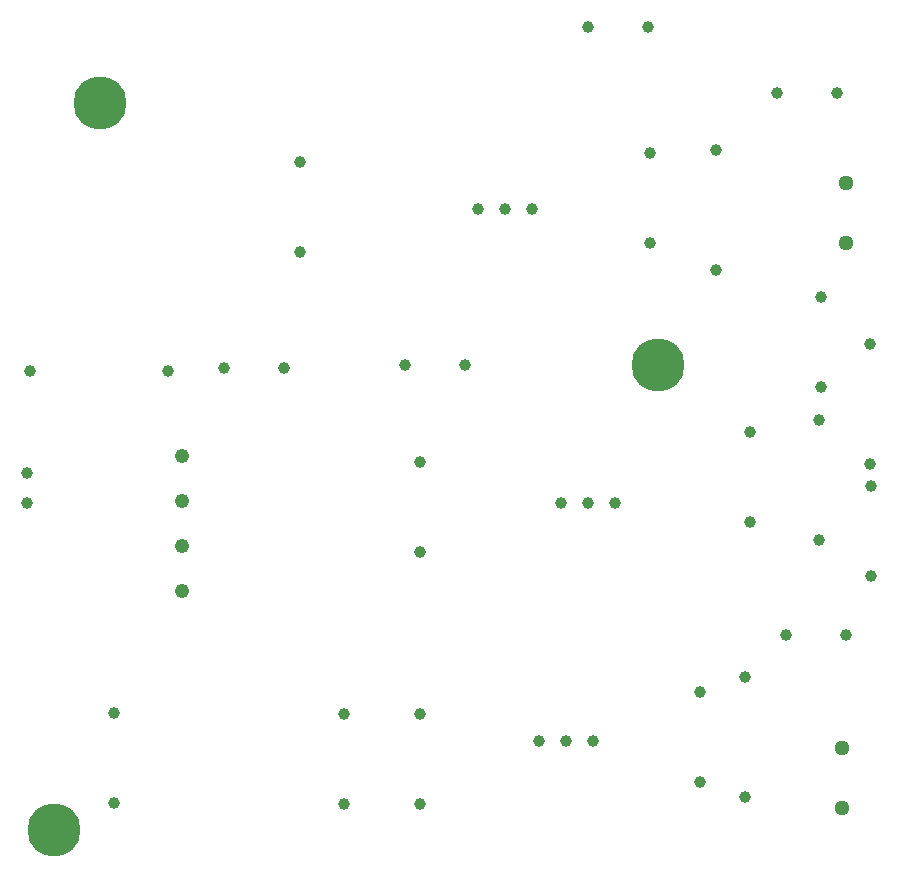
<source format=gbr>
%TF.GenerationSoftware,Altium Limited,Altium Designer,20.1.11 (218)*%
G04 Layer_Color=0*
%FSLAX26Y26*%
%MOIN*%
%TF.SameCoordinates,1DCD3DB5-9A7A-439C-B071-390915EAFCA4*%
%TF.FilePolarity,Positive*%
%TF.FileFunction,Plated,1,2,PTH,Drill*%
%TF.Part,Single*%
G01*
G75*
%TA.AperFunction,OtherDrill,Pad Free-3 (180mil,225mil)*%
%ADD23C,0.177165*%
%TA.AperFunction,OtherDrill,Pad Free-4 (2194mil,1772mil)*%
%ADD24C,0.177165*%
%TA.AperFunction,OtherDrill,Pad Free-2 (331mil,2648mil)*%
%ADD25C,0.177165*%
%TA.AperFunction,ComponentDrill*%
%ADD26C,0.039370*%
%ADD27C,0.039370*%
%ADD28C,0.039370*%
%ADD29C,0.051000*%
%ADD30C,0.039370*%
%ADD31C,0.048032*%
D23*
X180000Y225000D02*
D03*
D24*
X2194000Y1772000D02*
D03*
D25*
X331000Y2648000D02*
D03*
D26*
X1145000Y310001D02*
D03*
Y610001D02*
D03*
X1400000Y309999D02*
D03*
Y609999D02*
D03*
X2500000Y1250000D02*
D03*
Y1550000D02*
D03*
X1000000Y2150000D02*
D03*
Y2450000D02*
D03*
X2165000Y2180000D02*
D03*
Y2480000D02*
D03*
X2332000Y383000D02*
D03*
Y683000D02*
D03*
X380000Y615000D02*
D03*
Y315000D02*
D03*
X1400000Y1150000D02*
D03*
Y1450000D02*
D03*
D27*
X559330Y1755000D02*
D03*
X100670D02*
D03*
X1772765Y2294000D02*
D03*
X1683001D02*
D03*
X1593237D02*
D03*
X2049764Y1315000D02*
D03*
X1960000D02*
D03*
X1870236D02*
D03*
X1974528Y520000D02*
D03*
X1884764D02*
D03*
X1795000D02*
D03*
D28*
X90000Y1315000D02*
D03*
Y1415000D02*
D03*
X2900000Y1843000D02*
D03*
Y1443000D02*
D03*
X2902000Y1069872D02*
D03*
Y1369872D02*
D03*
X2385000Y2490000D02*
D03*
Y2090000D02*
D03*
X2483000Y333000D02*
D03*
Y733000D02*
D03*
X2729000Y1591000D02*
D03*
Y1191000D02*
D03*
X2736000Y1700000D02*
D03*
Y2000000D02*
D03*
D29*
X2805000Y297000D02*
D03*
Y497000D02*
D03*
X2820000Y2380000D02*
D03*
Y2180000D02*
D03*
D30*
X1960000Y2900000D02*
D03*
X2160000D02*
D03*
X745000Y1765000D02*
D03*
X945000D02*
D03*
X1550000Y1775000D02*
D03*
X1350000D02*
D03*
X2820000Y875000D02*
D03*
X2620000D02*
D03*
X2790000Y2680000D02*
D03*
X2590000D02*
D03*
D31*
X607307Y1021000D02*
D03*
Y1171000D02*
D03*
Y1321000D02*
D03*
Y1471000D02*
D03*
%TF.MD5,dca74dc5cf5f6518d1733dd0ab171525*%
M02*

</source>
